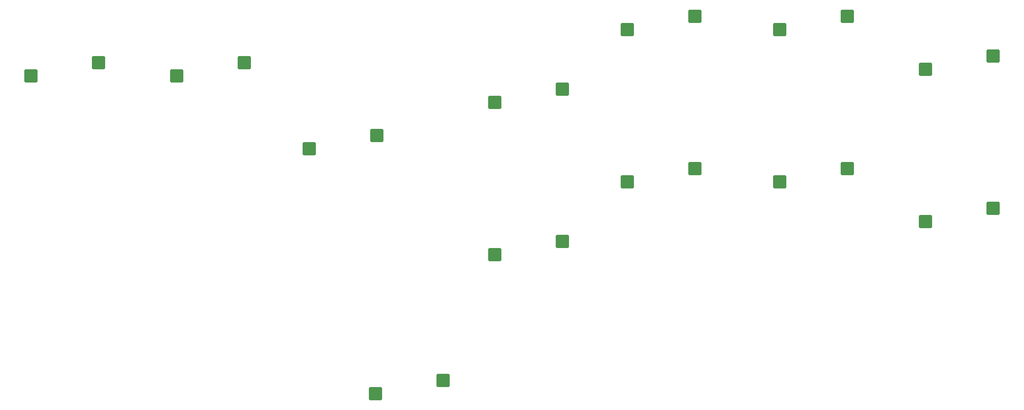
<source format=gbr>
%TF.GenerationSoftware,KiCad,Pcbnew,(6.0.4)*%
%TF.CreationDate,2022-07-03T17:31:01+01:00*%
%TF.ProjectId,MiniFighter Lite,4d696e69-4669-4676-9874-6572204c6974,rev?*%
%TF.SameCoordinates,Original*%
%TF.FileFunction,Paste,Bot*%
%TF.FilePolarity,Positive*%
%FSLAX46Y46*%
G04 Gerber Fmt 4.6, Leading zero omitted, Abs format (unit mm)*
G04 Created by KiCad (PCBNEW (6.0.4)) date 2022-07-03 17:31:01*
%MOMM*%
%LPD*%
G01*
G04 APERTURE LIST*
G04 Aperture macros list*
%AMRoundRect*
0 Rectangle with rounded corners*
0 $1 Rounding radius*
0 $2 $3 $4 $5 $6 $7 $8 $9 X,Y pos of 4 corners*
0 Add a 4 corners polygon primitive as box body*
4,1,4,$2,$3,$4,$5,$6,$7,$8,$9,$2,$3,0*
0 Add four circle primitives for the rounded corners*
1,1,$1+$1,$2,$3*
1,1,$1+$1,$4,$5*
1,1,$1+$1,$6,$7*
1,1,$1+$1,$8,$9*
0 Add four rect primitives between the rounded corners*
20,1,$1+$1,$2,$3,$4,$5,0*
20,1,$1+$1,$4,$5,$6,$7,0*
20,1,$1+$1,$6,$7,$8,$9,0*
20,1,$1+$1,$8,$9,$2,$3,0*%
G04 Aperture macros list end*
%ADD10RoundRect,0.250000X-1.025000X-1.000000X1.025000X-1.000000X1.025000X1.000000X-1.025000X1.000000X0*%
G04 APERTURE END LIST*
D10*
%TO.C,P3*%
X281205000Y-90170000D03*
X294132000Y-87630000D03*
%TD*%
%TO.C,K3*%
X281205000Y-119380000D03*
X294132000Y-116840000D03*
%TD*%
%TO.C,K2*%
X251995000Y-119380000D03*
X264922000Y-116840000D03*
%TD*%
%TO.C,DOWN1*%
X165635000Y-99060000D03*
X178562000Y-96520000D03*
%TD*%
%TO.C,RIGHT1*%
X191035000Y-113030000D03*
X203962000Y-110490000D03*
%TD*%
%TO.C,P4*%
X309145000Y-97790000D03*
X322072000Y-95250000D03*
%TD*%
%TO.C,K1*%
X226595000Y-133350000D03*
X239522000Y-130810000D03*
%TD*%
%TO.C,P2*%
X251995000Y-90170000D03*
X264922000Y-87630000D03*
%TD*%
%TO.C,LEFT1*%
X137695000Y-99060000D03*
X150622000Y-96520000D03*
%TD*%
%TO.C,P1*%
X226595000Y-104140000D03*
X239522000Y-101600000D03*
%TD*%
%TO.C,UP1*%
X203735000Y-160020000D03*
X216662000Y-157480000D03*
%TD*%
%TO.C,K4*%
X309145000Y-127000000D03*
X322072000Y-124460000D03*
%TD*%
M02*

</source>
